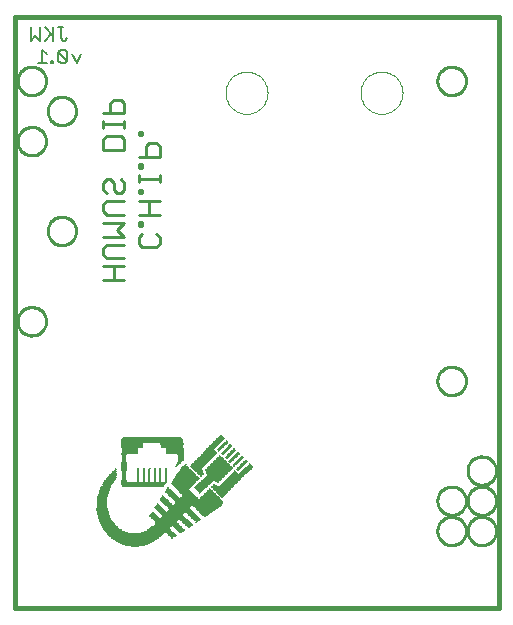
<source format=gbo>
G75*
%MOIN*%
%OFA0B0*%
%FSLAX24Y24*%
%IPPOS*%
%LPD*%
%AMOC8*
5,1,8,0,0,1.08239X$1,22.5*
%
%ADD10C,0.0160*%
%ADD11C,0.0060*%
%ADD12C,0.0100*%
%ADD13R,0.0236X0.0020*%
%ADD14R,0.0492X0.0020*%
%ADD15R,0.0650X0.0020*%
%ADD16R,0.0787X0.0020*%
%ADD17R,0.0886X0.0020*%
%ADD18R,0.0984X0.0020*%
%ADD19R,0.1063X0.0020*%
%ADD20R,0.1142X0.0020*%
%ADD21R,0.1220X0.0020*%
%ADD22R,0.1280X0.0020*%
%ADD23R,0.1358X0.0020*%
%ADD24R,0.1417X0.0020*%
%ADD25R,0.1457X0.0020*%
%ADD26R,0.1516X0.0020*%
%ADD27R,0.1575X0.0020*%
%ADD28R,0.0059X0.0020*%
%ADD29R,0.1614X0.0020*%
%ADD30R,0.0098X0.0020*%
%ADD31R,0.1654X0.0020*%
%ADD32R,0.0157X0.0020*%
%ADD33R,0.1713X0.0020*%
%ADD34R,0.0197X0.0020*%
%ADD35R,0.1772X0.0020*%
%ADD36R,0.0256X0.0020*%
%ADD37R,0.1811X0.0020*%
%ADD38R,0.1850X0.0020*%
%ADD39R,0.1890X0.0020*%
%ADD40R,0.0768X0.0020*%
%ADD41R,0.0866X0.0020*%
%ADD42R,0.0709X0.0020*%
%ADD43R,0.0807X0.0020*%
%ADD44R,0.0039X0.0020*%
%ADD45R,0.0669X0.0020*%
%ADD46R,0.1024X0.0020*%
%ADD47R,0.0945X0.0020*%
%ADD48R,0.0138X0.0020*%
%ADD49R,0.0630X0.0020*%
%ADD50R,0.0610X0.0020*%
%ADD51R,0.0827X0.0020*%
%ADD52R,0.0571X0.0020*%
%ADD53R,0.0728X0.0020*%
%ADD54R,0.0551X0.0020*%
%ADD55R,0.0689X0.0020*%
%ADD56R,0.0531X0.0020*%
%ADD57R,0.0512X0.0020*%
%ADD58R,0.0079X0.0020*%
%ADD59R,0.0177X0.0020*%
%ADD60R,0.0472X0.0020*%
%ADD61R,0.0748X0.0020*%
%ADD62R,0.0453X0.0020*%
%ADD63R,0.0433X0.0020*%
%ADD64R,0.0413X0.0020*%
%ADD65R,0.0394X0.0020*%
%ADD66R,0.0217X0.0020*%
%ADD67R,0.0276X0.0020*%
%ADD68R,0.0118X0.0020*%
%ADD69R,0.0335X0.0020*%
%ADD70R,0.0374X0.0020*%
%ADD71R,0.0846X0.0020*%
%ADD72R,0.0354X0.0020*%
%ADD73R,0.0906X0.0020*%
%ADD74R,0.1594X0.0020*%
%ADD75R,0.0020X0.0020*%
%ADD76R,0.0315X0.0020*%
%ADD77R,0.0295X0.0020*%
%ADD78R,0.0591X0.0020*%
%ADD79R,0.1339X0.0020*%
%ADD80R,0.1378X0.0020*%
%ADD81R,0.1476X0.0020*%
%ADD82R,0.1496X0.0020*%
%ADD83R,0.2067X0.0020*%
%ADD84R,0.2047X0.0020*%
%ADD85R,0.2008X0.0020*%
%ADD86R,0.1969X0.0020*%
%ADD87R,0.1929X0.0020*%
%ADD88C,0.0000*%
D10*
X000259Y000180D02*
X016401Y000180D01*
X016401Y019865D01*
X000259Y019865D01*
X000259Y000180D01*
D11*
X001031Y018330D02*
X001324Y018330D01*
X001177Y018330D02*
X001177Y018771D01*
X001324Y018624D01*
X001481Y018404D02*
X001481Y018330D01*
X001554Y018330D01*
X001554Y018404D01*
X001481Y018404D01*
X001721Y018404D02*
X001721Y018697D01*
X002015Y018404D01*
X001941Y018330D01*
X001795Y018330D01*
X001721Y018404D01*
X001721Y018697D02*
X001795Y018771D01*
X001941Y018771D01*
X002015Y018697D01*
X002015Y018404D01*
X002182Y018624D02*
X002328Y018330D01*
X002475Y018624D01*
X002015Y019154D02*
X001941Y019080D01*
X001868Y019080D01*
X001795Y019154D01*
X001795Y019521D01*
X001868Y019521D02*
X001721Y019521D01*
X001554Y019521D02*
X001554Y019080D01*
X001554Y019227D02*
X001261Y019521D01*
X001094Y019521D02*
X001094Y019080D01*
X000947Y019227D01*
X000800Y019080D01*
X000800Y019521D01*
X001261Y019080D02*
X001481Y019301D01*
D12*
X000356Y017739D02*
X000358Y017782D01*
X000364Y017825D01*
X000374Y017867D01*
X000387Y017908D01*
X000404Y017947D01*
X000425Y017985D01*
X000449Y018021D01*
X000476Y018055D01*
X000506Y018085D01*
X000539Y018113D01*
X000575Y018138D01*
X000612Y018160D01*
X000651Y018178D01*
X000692Y018192D01*
X000734Y018203D01*
X000776Y018210D01*
X000819Y018213D01*
X000862Y018212D01*
X000905Y018207D01*
X000947Y018198D01*
X000989Y018186D01*
X001029Y018169D01*
X001067Y018149D01*
X001103Y018126D01*
X001137Y018100D01*
X001169Y018070D01*
X001198Y018038D01*
X001223Y018003D01*
X001246Y017967D01*
X001265Y017928D01*
X001280Y017888D01*
X001292Y017846D01*
X001300Y017804D01*
X001304Y017761D01*
X001304Y017717D01*
X001300Y017674D01*
X001292Y017632D01*
X001280Y017590D01*
X001265Y017550D01*
X001246Y017511D01*
X001223Y017475D01*
X001198Y017440D01*
X001169Y017408D01*
X001137Y017378D01*
X001103Y017352D01*
X001067Y017329D01*
X001029Y017309D01*
X000989Y017292D01*
X000947Y017280D01*
X000905Y017271D01*
X000862Y017266D01*
X000819Y017265D01*
X000776Y017268D01*
X000734Y017275D01*
X000692Y017286D01*
X000651Y017300D01*
X000612Y017318D01*
X000575Y017340D01*
X000539Y017365D01*
X000506Y017393D01*
X000476Y017423D01*
X000449Y017457D01*
X000425Y017493D01*
X000404Y017531D01*
X000387Y017570D01*
X000374Y017611D01*
X000364Y017653D01*
X000358Y017696D01*
X000356Y017739D01*
X001360Y016735D02*
X001362Y016778D01*
X001368Y016821D01*
X001378Y016863D01*
X001391Y016904D01*
X001408Y016943D01*
X001429Y016981D01*
X001453Y017017D01*
X001480Y017051D01*
X001510Y017081D01*
X001543Y017109D01*
X001579Y017134D01*
X001616Y017156D01*
X001655Y017174D01*
X001696Y017188D01*
X001738Y017199D01*
X001780Y017206D01*
X001823Y017209D01*
X001866Y017208D01*
X001909Y017203D01*
X001951Y017194D01*
X001993Y017182D01*
X002033Y017165D01*
X002071Y017145D01*
X002107Y017122D01*
X002141Y017096D01*
X002173Y017066D01*
X002202Y017034D01*
X002227Y016999D01*
X002250Y016963D01*
X002269Y016924D01*
X002284Y016884D01*
X002296Y016842D01*
X002304Y016800D01*
X002308Y016757D01*
X002308Y016713D01*
X002304Y016670D01*
X002296Y016628D01*
X002284Y016586D01*
X002269Y016546D01*
X002250Y016507D01*
X002227Y016471D01*
X002202Y016436D01*
X002173Y016404D01*
X002141Y016374D01*
X002107Y016348D01*
X002071Y016325D01*
X002033Y016305D01*
X001993Y016288D01*
X001951Y016276D01*
X001909Y016267D01*
X001866Y016262D01*
X001823Y016261D01*
X001780Y016264D01*
X001738Y016271D01*
X001696Y016282D01*
X001655Y016296D01*
X001616Y016314D01*
X001579Y016336D01*
X001543Y016361D01*
X001510Y016389D01*
X001480Y016419D01*
X001453Y016453D01*
X001429Y016489D01*
X001408Y016527D01*
X001391Y016566D01*
X001378Y016607D01*
X001368Y016649D01*
X001362Y016692D01*
X001360Y016735D01*
X000356Y015731D02*
X000358Y015774D01*
X000364Y015817D01*
X000374Y015859D01*
X000387Y015900D01*
X000404Y015939D01*
X000425Y015977D01*
X000449Y016013D01*
X000476Y016047D01*
X000506Y016077D01*
X000539Y016105D01*
X000575Y016130D01*
X000612Y016152D01*
X000651Y016170D01*
X000692Y016184D01*
X000734Y016195D01*
X000776Y016202D01*
X000819Y016205D01*
X000862Y016204D01*
X000905Y016199D01*
X000947Y016190D01*
X000989Y016178D01*
X001029Y016161D01*
X001067Y016141D01*
X001103Y016118D01*
X001137Y016092D01*
X001169Y016062D01*
X001198Y016030D01*
X001223Y015995D01*
X001246Y015959D01*
X001265Y015920D01*
X001280Y015880D01*
X001292Y015838D01*
X001300Y015796D01*
X001304Y015753D01*
X001304Y015709D01*
X001300Y015666D01*
X001292Y015624D01*
X001280Y015582D01*
X001265Y015542D01*
X001246Y015503D01*
X001223Y015467D01*
X001198Y015432D01*
X001169Y015400D01*
X001137Y015370D01*
X001103Y015344D01*
X001067Y015321D01*
X001029Y015301D01*
X000989Y015284D01*
X000947Y015272D01*
X000905Y015263D01*
X000862Y015258D01*
X000819Y015257D01*
X000776Y015260D01*
X000734Y015267D01*
X000692Y015278D01*
X000651Y015292D01*
X000612Y015310D01*
X000575Y015332D01*
X000539Y015357D01*
X000506Y015385D01*
X000476Y015415D01*
X000449Y015449D01*
X000425Y015485D01*
X000404Y015523D01*
X000387Y015562D01*
X000374Y015603D01*
X000364Y015645D01*
X000358Y015688D01*
X000356Y015731D01*
X001360Y012739D02*
X001362Y012782D01*
X001368Y012825D01*
X001378Y012867D01*
X001391Y012908D01*
X001408Y012947D01*
X001429Y012985D01*
X001453Y013021D01*
X001480Y013055D01*
X001510Y013085D01*
X001543Y013113D01*
X001579Y013138D01*
X001616Y013160D01*
X001655Y013178D01*
X001696Y013192D01*
X001738Y013203D01*
X001780Y013210D01*
X001823Y013213D01*
X001866Y013212D01*
X001909Y013207D01*
X001951Y013198D01*
X001993Y013186D01*
X002033Y013169D01*
X002071Y013149D01*
X002107Y013126D01*
X002141Y013100D01*
X002173Y013070D01*
X002202Y013038D01*
X002227Y013003D01*
X002250Y012967D01*
X002269Y012928D01*
X002284Y012888D01*
X002296Y012846D01*
X002304Y012804D01*
X002308Y012761D01*
X002308Y012717D01*
X002304Y012674D01*
X002296Y012632D01*
X002284Y012590D01*
X002269Y012550D01*
X002250Y012511D01*
X002227Y012475D01*
X002202Y012440D01*
X002173Y012408D01*
X002141Y012378D01*
X002107Y012352D01*
X002071Y012329D01*
X002033Y012309D01*
X001993Y012292D01*
X001951Y012280D01*
X001909Y012271D01*
X001866Y012266D01*
X001823Y012265D01*
X001780Y012268D01*
X001738Y012275D01*
X001696Y012286D01*
X001655Y012300D01*
X001616Y012318D01*
X001579Y012340D01*
X001543Y012365D01*
X001510Y012393D01*
X001480Y012423D01*
X001453Y012457D01*
X001429Y012493D01*
X001408Y012531D01*
X001391Y012570D01*
X001378Y012611D01*
X001368Y012653D01*
X001362Y012696D01*
X001360Y012739D01*
X003220Y012552D02*
X003908Y012552D01*
X003679Y012782D01*
X003908Y013011D01*
X003220Y013011D01*
X003335Y013277D02*
X003220Y013392D01*
X003220Y013621D01*
X003335Y013736D01*
X003908Y013736D01*
X003794Y014002D02*
X003679Y014002D01*
X003564Y014117D01*
X003564Y014346D01*
X003450Y014461D01*
X003335Y014461D01*
X003220Y014346D01*
X003220Y014117D01*
X003335Y014002D01*
X003794Y014002D02*
X003908Y014117D01*
X003908Y014346D01*
X003794Y014461D01*
X004401Y014480D02*
X005089Y014480D01*
X005089Y014594D02*
X005089Y014365D01*
X004516Y014117D02*
X004401Y014117D01*
X004401Y014002D01*
X004516Y014002D01*
X004516Y014117D01*
X004401Y013736D02*
X005089Y013736D01*
X004745Y013736D02*
X004745Y013277D01*
X004516Y013030D02*
X004401Y013030D01*
X004401Y012915D01*
X004516Y012915D01*
X004516Y013030D01*
X004516Y012648D02*
X004401Y012534D01*
X004401Y012304D01*
X004516Y012190D01*
X004975Y012190D01*
X005089Y012304D01*
X005089Y012534D01*
X004975Y012648D01*
X005089Y013277D02*
X004401Y013277D01*
X003908Y013277D02*
X003335Y013277D01*
X003335Y012286D02*
X003220Y012171D01*
X003220Y011942D01*
X003335Y011827D01*
X003908Y011827D01*
X003908Y011561D02*
X003220Y011561D01*
X003564Y011561D02*
X003564Y011102D01*
X003220Y011102D02*
X003908Y011102D01*
X003908Y012286D02*
X003335Y012286D01*
X004401Y014365D02*
X004401Y014594D01*
X004401Y014848D02*
X004401Y014963D01*
X004516Y014963D01*
X004516Y014848D01*
X004401Y014848D01*
X004401Y015211D02*
X005089Y015211D01*
X005089Y015555D01*
X004975Y015669D01*
X004745Y015669D01*
X004631Y015555D01*
X004631Y015211D01*
X004516Y015936D02*
X004401Y015936D01*
X004401Y016050D01*
X004516Y016050D01*
X004516Y015936D01*
X003908Y015796D02*
X003908Y015452D01*
X003220Y015452D01*
X003220Y015796D01*
X003335Y015911D01*
X003794Y015911D01*
X003908Y015796D01*
X003908Y016177D02*
X003908Y016407D01*
X003908Y016292D02*
X003220Y016292D01*
X003220Y016177D02*
X003220Y016407D01*
X003220Y016661D02*
X003908Y016661D01*
X003908Y017005D01*
X003794Y017119D01*
X003564Y017119D01*
X003450Y017005D01*
X003450Y016661D01*
X000356Y009727D02*
X000358Y009770D01*
X000364Y009813D01*
X000374Y009855D01*
X000387Y009896D01*
X000404Y009935D01*
X000425Y009973D01*
X000449Y010009D01*
X000476Y010043D01*
X000506Y010073D01*
X000539Y010101D01*
X000575Y010126D01*
X000612Y010148D01*
X000651Y010166D01*
X000692Y010180D01*
X000734Y010191D01*
X000776Y010198D01*
X000819Y010201D01*
X000862Y010200D01*
X000905Y010195D01*
X000947Y010186D01*
X000989Y010174D01*
X001029Y010157D01*
X001067Y010137D01*
X001103Y010114D01*
X001137Y010088D01*
X001169Y010058D01*
X001198Y010026D01*
X001223Y009991D01*
X001246Y009955D01*
X001265Y009916D01*
X001280Y009876D01*
X001292Y009834D01*
X001300Y009792D01*
X001304Y009749D01*
X001304Y009705D01*
X001300Y009662D01*
X001292Y009620D01*
X001280Y009578D01*
X001265Y009538D01*
X001246Y009499D01*
X001223Y009463D01*
X001198Y009428D01*
X001169Y009396D01*
X001137Y009366D01*
X001103Y009340D01*
X001067Y009317D01*
X001029Y009297D01*
X000989Y009280D01*
X000947Y009268D01*
X000905Y009259D01*
X000862Y009254D01*
X000819Y009253D01*
X000776Y009256D01*
X000734Y009263D01*
X000692Y009274D01*
X000651Y009288D01*
X000612Y009306D01*
X000575Y009328D01*
X000539Y009353D01*
X000506Y009381D01*
X000476Y009411D01*
X000449Y009445D01*
X000425Y009481D01*
X000404Y009519D01*
X000387Y009558D01*
X000374Y009599D01*
X000364Y009641D01*
X000358Y009684D01*
X000356Y009727D01*
X014352Y007739D02*
X014354Y007782D01*
X014360Y007825D01*
X014370Y007867D01*
X014383Y007908D01*
X014400Y007947D01*
X014421Y007985D01*
X014445Y008021D01*
X014472Y008055D01*
X014502Y008085D01*
X014535Y008113D01*
X014571Y008138D01*
X014608Y008160D01*
X014647Y008178D01*
X014688Y008192D01*
X014730Y008203D01*
X014772Y008210D01*
X014815Y008213D01*
X014858Y008212D01*
X014901Y008207D01*
X014943Y008198D01*
X014985Y008186D01*
X015025Y008169D01*
X015063Y008149D01*
X015099Y008126D01*
X015133Y008100D01*
X015165Y008070D01*
X015194Y008038D01*
X015219Y008003D01*
X015242Y007967D01*
X015261Y007928D01*
X015276Y007888D01*
X015288Y007846D01*
X015296Y007804D01*
X015300Y007761D01*
X015300Y007717D01*
X015296Y007674D01*
X015288Y007632D01*
X015276Y007590D01*
X015261Y007550D01*
X015242Y007511D01*
X015219Y007475D01*
X015194Y007440D01*
X015165Y007408D01*
X015133Y007378D01*
X015099Y007352D01*
X015063Y007329D01*
X015025Y007309D01*
X014985Y007292D01*
X014943Y007280D01*
X014901Y007271D01*
X014858Y007266D01*
X014815Y007265D01*
X014772Y007268D01*
X014730Y007275D01*
X014688Y007286D01*
X014647Y007300D01*
X014608Y007318D01*
X014571Y007340D01*
X014535Y007365D01*
X014502Y007393D01*
X014472Y007423D01*
X014445Y007457D01*
X014421Y007493D01*
X014400Y007531D01*
X014383Y007570D01*
X014370Y007611D01*
X014360Y007653D01*
X014354Y007696D01*
X014352Y007739D01*
X015356Y004747D02*
X015358Y004790D01*
X015364Y004833D01*
X015374Y004875D01*
X015387Y004916D01*
X015404Y004955D01*
X015425Y004993D01*
X015449Y005029D01*
X015476Y005063D01*
X015506Y005093D01*
X015539Y005121D01*
X015575Y005146D01*
X015612Y005168D01*
X015651Y005186D01*
X015692Y005200D01*
X015734Y005211D01*
X015776Y005218D01*
X015819Y005221D01*
X015862Y005220D01*
X015905Y005215D01*
X015947Y005206D01*
X015989Y005194D01*
X016029Y005177D01*
X016067Y005157D01*
X016103Y005134D01*
X016137Y005108D01*
X016169Y005078D01*
X016198Y005046D01*
X016223Y005011D01*
X016246Y004975D01*
X016265Y004936D01*
X016280Y004896D01*
X016292Y004854D01*
X016300Y004812D01*
X016304Y004769D01*
X016304Y004725D01*
X016300Y004682D01*
X016292Y004640D01*
X016280Y004598D01*
X016265Y004558D01*
X016246Y004519D01*
X016223Y004483D01*
X016198Y004448D01*
X016169Y004416D01*
X016137Y004386D01*
X016103Y004360D01*
X016067Y004337D01*
X016029Y004317D01*
X015989Y004300D01*
X015947Y004288D01*
X015905Y004279D01*
X015862Y004274D01*
X015819Y004273D01*
X015776Y004276D01*
X015734Y004283D01*
X015692Y004294D01*
X015651Y004308D01*
X015612Y004326D01*
X015575Y004348D01*
X015539Y004373D01*
X015506Y004401D01*
X015476Y004431D01*
X015449Y004465D01*
X015425Y004501D01*
X015404Y004539D01*
X015387Y004578D01*
X015374Y004619D01*
X015364Y004661D01*
X015358Y004704D01*
X015356Y004747D01*
X015356Y003743D02*
X015358Y003786D01*
X015364Y003829D01*
X015374Y003871D01*
X015387Y003912D01*
X015404Y003951D01*
X015425Y003989D01*
X015449Y004025D01*
X015476Y004059D01*
X015506Y004089D01*
X015539Y004117D01*
X015575Y004142D01*
X015612Y004164D01*
X015651Y004182D01*
X015692Y004196D01*
X015734Y004207D01*
X015776Y004214D01*
X015819Y004217D01*
X015862Y004216D01*
X015905Y004211D01*
X015947Y004202D01*
X015989Y004190D01*
X016029Y004173D01*
X016067Y004153D01*
X016103Y004130D01*
X016137Y004104D01*
X016169Y004074D01*
X016198Y004042D01*
X016223Y004007D01*
X016246Y003971D01*
X016265Y003932D01*
X016280Y003892D01*
X016292Y003850D01*
X016300Y003808D01*
X016304Y003765D01*
X016304Y003721D01*
X016300Y003678D01*
X016292Y003636D01*
X016280Y003594D01*
X016265Y003554D01*
X016246Y003515D01*
X016223Y003479D01*
X016198Y003444D01*
X016169Y003412D01*
X016137Y003382D01*
X016103Y003356D01*
X016067Y003333D01*
X016029Y003313D01*
X015989Y003296D01*
X015947Y003284D01*
X015905Y003275D01*
X015862Y003270D01*
X015819Y003269D01*
X015776Y003272D01*
X015734Y003279D01*
X015692Y003290D01*
X015651Y003304D01*
X015612Y003322D01*
X015575Y003344D01*
X015539Y003369D01*
X015506Y003397D01*
X015476Y003427D01*
X015449Y003461D01*
X015425Y003497D01*
X015404Y003535D01*
X015387Y003574D01*
X015374Y003615D01*
X015364Y003657D01*
X015358Y003700D01*
X015356Y003743D01*
X014352Y003743D02*
X014354Y003786D01*
X014360Y003829D01*
X014370Y003871D01*
X014383Y003912D01*
X014400Y003951D01*
X014421Y003989D01*
X014445Y004025D01*
X014472Y004059D01*
X014502Y004089D01*
X014535Y004117D01*
X014571Y004142D01*
X014608Y004164D01*
X014647Y004182D01*
X014688Y004196D01*
X014730Y004207D01*
X014772Y004214D01*
X014815Y004217D01*
X014858Y004216D01*
X014901Y004211D01*
X014943Y004202D01*
X014985Y004190D01*
X015025Y004173D01*
X015063Y004153D01*
X015099Y004130D01*
X015133Y004104D01*
X015165Y004074D01*
X015194Y004042D01*
X015219Y004007D01*
X015242Y003971D01*
X015261Y003932D01*
X015276Y003892D01*
X015288Y003850D01*
X015296Y003808D01*
X015300Y003765D01*
X015300Y003721D01*
X015296Y003678D01*
X015288Y003636D01*
X015276Y003594D01*
X015261Y003554D01*
X015242Y003515D01*
X015219Y003479D01*
X015194Y003444D01*
X015165Y003412D01*
X015133Y003382D01*
X015099Y003356D01*
X015063Y003333D01*
X015025Y003313D01*
X014985Y003296D01*
X014943Y003284D01*
X014901Y003275D01*
X014858Y003270D01*
X014815Y003269D01*
X014772Y003272D01*
X014730Y003279D01*
X014688Y003290D01*
X014647Y003304D01*
X014608Y003322D01*
X014571Y003344D01*
X014535Y003369D01*
X014502Y003397D01*
X014472Y003427D01*
X014445Y003461D01*
X014421Y003497D01*
X014400Y003535D01*
X014383Y003574D01*
X014370Y003615D01*
X014360Y003657D01*
X014354Y003700D01*
X014352Y003743D01*
X014352Y002739D02*
X014354Y002782D01*
X014360Y002825D01*
X014370Y002867D01*
X014383Y002908D01*
X014400Y002947D01*
X014421Y002985D01*
X014445Y003021D01*
X014472Y003055D01*
X014502Y003085D01*
X014535Y003113D01*
X014571Y003138D01*
X014608Y003160D01*
X014647Y003178D01*
X014688Y003192D01*
X014730Y003203D01*
X014772Y003210D01*
X014815Y003213D01*
X014858Y003212D01*
X014901Y003207D01*
X014943Y003198D01*
X014985Y003186D01*
X015025Y003169D01*
X015063Y003149D01*
X015099Y003126D01*
X015133Y003100D01*
X015165Y003070D01*
X015194Y003038D01*
X015219Y003003D01*
X015242Y002967D01*
X015261Y002928D01*
X015276Y002888D01*
X015288Y002846D01*
X015296Y002804D01*
X015300Y002761D01*
X015300Y002717D01*
X015296Y002674D01*
X015288Y002632D01*
X015276Y002590D01*
X015261Y002550D01*
X015242Y002511D01*
X015219Y002475D01*
X015194Y002440D01*
X015165Y002408D01*
X015133Y002378D01*
X015099Y002352D01*
X015063Y002329D01*
X015025Y002309D01*
X014985Y002292D01*
X014943Y002280D01*
X014901Y002271D01*
X014858Y002266D01*
X014815Y002265D01*
X014772Y002268D01*
X014730Y002275D01*
X014688Y002286D01*
X014647Y002300D01*
X014608Y002318D01*
X014571Y002340D01*
X014535Y002365D01*
X014502Y002393D01*
X014472Y002423D01*
X014445Y002457D01*
X014421Y002493D01*
X014400Y002531D01*
X014383Y002570D01*
X014370Y002611D01*
X014360Y002653D01*
X014354Y002696D01*
X014352Y002739D01*
X015356Y002739D02*
X015358Y002782D01*
X015364Y002825D01*
X015374Y002867D01*
X015387Y002908D01*
X015404Y002947D01*
X015425Y002985D01*
X015449Y003021D01*
X015476Y003055D01*
X015506Y003085D01*
X015539Y003113D01*
X015575Y003138D01*
X015612Y003160D01*
X015651Y003178D01*
X015692Y003192D01*
X015734Y003203D01*
X015776Y003210D01*
X015819Y003213D01*
X015862Y003212D01*
X015905Y003207D01*
X015947Y003198D01*
X015989Y003186D01*
X016029Y003169D01*
X016067Y003149D01*
X016103Y003126D01*
X016137Y003100D01*
X016169Y003070D01*
X016198Y003038D01*
X016223Y003003D01*
X016246Y002967D01*
X016265Y002928D01*
X016280Y002888D01*
X016292Y002846D01*
X016300Y002804D01*
X016304Y002761D01*
X016304Y002717D01*
X016300Y002674D01*
X016292Y002632D01*
X016280Y002590D01*
X016265Y002550D01*
X016246Y002511D01*
X016223Y002475D01*
X016198Y002440D01*
X016169Y002408D01*
X016137Y002378D01*
X016103Y002352D01*
X016067Y002329D01*
X016029Y002309D01*
X015989Y002292D01*
X015947Y002280D01*
X015905Y002271D01*
X015862Y002266D01*
X015819Y002265D01*
X015776Y002268D01*
X015734Y002275D01*
X015692Y002286D01*
X015651Y002300D01*
X015612Y002318D01*
X015575Y002340D01*
X015539Y002365D01*
X015506Y002393D01*
X015476Y002423D01*
X015449Y002457D01*
X015425Y002493D01*
X015404Y002531D01*
X015387Y002570D01*
X015374Y002611D01*
X015364Y002653D01*
X015358Y002696D01*
X015356Y002739D01*
X014352Y017739D02*
X014354Y017782D01*
X014360Y017825D01*
X014370Y017867D01*
X014383Y017908D01*
X014400Y017947D01*
X014421Y017985D01*
X014445Y018021D01*
X014472Y018055D01*
X014502Y018085D01*
X014535Y018113D01*
X014571Y018138D01*
X014608Y018160D01*
X014647Y018178D01*
X014688Y018192D01*
X014730Y018203D01*
X014772Y018210D01*
X014815Y018213D01*
X014858Y018212D01*
X014901Y018207D01*
X014943Y018198D01*
X014985Y018186D01*
X015025Y018169D01*
X015063Y018149D01*
X015099Y018126D01*
X015133Y018100D01*
X015165Y018070D01*
X015194Y018038D01*
X015219Y018003D01*
X015242Y017967D01*
X015261Y017928D01*
X015276Y017888D01*
X015288Y017846D01*
X015296Y017804D01*
X015300Y017761D01*
X015300Y017717D01*
X015296Y017674D01*
X015288Y017632D01*
X015276Y017590D01*
X015261Y017550D01*
X015242Y017511D01*
X015219Y017475D01*
X015194Y017440D01*
X015165Y017408D01*
X015133Y017378D01*
X015099Y017352D01*
X015063Y017329D01*
X015025Y017309D01*
X014985Y017292D01*
X014943Y017280D01*
X014901Y017271D01*
X014858Y017266D01*
X014815Y017265D01*
X014772Y017268D01*
X014730Y017275D01*
X014688Y017286D01*
X014647Y017300D01*
X014608Y017318D01*
X014571Y017340D01*
X014535Y017365D01*
X014502Y017393D01*
X014472Y017423D01*
X014445Y017457D01*
X014421Y017493D01*
X014400Y017531D01*
X014383Y017570D01*
X014370Y017611D01*
X014360Y017653D01*
X014354Y017696D01*
X014352Y017739D01*
D13*
X007139Y005810D03*
X007119Y005790D03*
X007100Y005771D03*
X007080Y005751D03*
X007060Y005731D03*
X007041Y005711D03*
X007021Y005692D03*
X007001Y005672D03*
X006982Y005652D03*
X006962Y005633D03*
X006942Y005613D03*
X006923Y005593D03*
X006903Y005574D03*
X006883Y005554D03*
X006863Y005534D03*
X006844Y005515D03*
X006824Y005495D03*
X006804Y005475D03*
X006785Y005456D03*
X006391Y004727D03*
X006411Y004708D03*
X005938Y004845D03*
X005407Y004038D03*
X005230Y003763D03*
X005052Y003487D03*
X005072Y003467D03*
X005092Y003448D03*
X005111Y003428D03*
X005131Y003408D03*
X005151Y003389D03*
X005171Y003369D03*
X004875Y003231D03*
X004285Y002208D03*
X005800Y002739D03*
X005997Y002995D03*
X005978Y003015D03*
X005958Y003034D03*
X005938Y003054D03*
X005919Y003074D03*
X005899Y003093D03*
X005879Y003113D03*
X006017Y002975D03*
X006037Y002956D03*
X006056Y002936D03*
X006076Y002916D03*
X006332Y003093D03*
X006608Y003271D03*
X007178Y003940D03*
X007867Y004629D03*
X007887Y004649D03*
X007907Y004668D03*
X007926Y004688D03*
X007946Y004708D03*
X007966Y004727D03*
X007986Y004747D03*
X008005Y004767D03*
X008025Y004786D03*
X008045Y004806D03*
X008064Y004826D03*
X008084Y004845D03*
X003537Y004589D03*
D14*
X003369Y002936D03*
X003389Y002897D03*
X003409Y002877D03*
X004275Y002227D03*
X006066Y003861D03*
X006755Y003900D03*
X007326Y004215D03*
X007346Y004235D03*
X007365Y004255D03*
X007385Y004274D03*
X007405Y004294D03*
X007424Y004314D03*
X007444Y004334D03*
X007464Y004353D03*
X007484Y004373D03*
X007503Y004393D03*
X007523Y004412D03*
X007543Y004432D03*
X007562Y004452D03*
X007582Y004471D03*
X007602Y004491D03*
X007621Y004511D03*
X007641Y004530D03*
X007661Y004550D03*
X007680Y004570D03*
X007700Y004589D03*
X007720Y004609D03*
X007090Y005003D03*
X006775Y005318D03*
X006755Y005298D03*
X006736Y005278D03*
X006716Y005259D03*
X006696Y005239D03*
X006676Y005219D03*
X006657Y005200D03*
X006637Y005180D03*
X006617Y005160D03*
X006598Y005141D03*
X006578Y005121D03*
X006558Y005101D03*
X006539Y005082D03*
X006519Y005062D03*
X006499Y005042D03*
X006480Y005023D03*
X006460Y005003D03*
X006440Y004983D03*
X006421Y004963D03*
X006401Y004944D03*
X006381Y004924D03*
X006361Y004904D03*
X005968Y004688D03*
D15*
X005987Y004589D03*
X006755Y003822D03*
X007011Y004609D03*
X007090Y004924D03*
X005161Y002877D03*
X005141Y002857D03*
X005121Y002837D03*
X005102Y002818D03*
X004275Y002247D03*
X003606Y002700D03*
D16*
X004285Y002267D03*
X005072Y002759D03*
X005328Y002956D03*
X005289Y003074D03*
X005545Y003172D03*
X005722Y003526D03*
X005860Y004294D03*
X005997Y004511D03*
D17*
X007050Y004767D03*
X007070Y004786D03*
X007090Y004806D03*
X005062Y002719D03*
X004275Y002286D03*
D18*
X004285Y002306D03*
D19*
X004285Y002326D03*
D20*
X004285Y002345D03*
X005643Y003349D03*
D21*
X004285Y002365D03*
D22*
X004275Y002385D03*
D23*
X004275Y002404D03*
D24*
X004285Y002424D03*
X004541Y004235D03*
D25*
X004541Y004255D03*
X004541Y004274D03*
X004285Y002444D03*
D26*
X004275Y002463D03*
X004570Y004353D03*
D27*
X004285Y002483D03*
D28*
X005023Y003605D03*
X005515Y002483D03*
X006440Y003999D03*
X006755Y004117D03*
X006913Y004274D03*
X006480Y004550D03*
X005692Y004944D03*
X007090Y005219D03*
X007070Y005397D03*
X007326Y005141D03*
X007582Y004885D03*
X007602Y004708D03*
X007838Y005200D03*
X008094Y004944D03*
X007582Y005456D03*
X007326Y005711D03*
X003625Y004767D03*
D29*
X004285Y002503D03*
X006371Y003605D03*
X006391Y003625D03*
D30*
X006440Y004019D03*
X006755Y004097D03*
X006913Y004255D03*
X007031Y004353D03*
X007602Y004688D03*
X007582Y004904D03*
X007326Y005160D03*
X007090Y005200D03*
X007070Y005416D03*
X007326Y005692D03*
X007582Y005436D03*
X007838Y005180D03*
X008094Y004924D03*
X006480Y004570D03*
X005948Y004904D03*
X005712Y004963D03*
X004747Y004786D03*
X004747Y004767D03*
X004747Y004747D03*
X004747Y004727D03*
X004747Y004708D03*
X004747Y004688D03*
X004747Y004668D03*
X004747Y004649D03*
X004747Y004629D03*
X004747Y004609D03*
X004747Y004589D03*
X004747Y004570D03*
X004747Y004550D03*
X004747Y004530D03*
X004747Y004511D03*
X004747Y004491D03*
X004747Y004471D03*
X004747Y004452D03*
X004747Y004432D03*
X004747Y004412D03*
X004747Y004393D03*
X004747Y004373D03*
X004570Y004373D03*
X004570Y004393D03*
X004570Y004412D03*
X004570Y004432D03*
X004570Y004452D03*
X004570Y004471D03*
X004570Y004491D03*
X004570Y004511D03*
X004570Y004530D03*
X004570Y004550D03*
X004570Y004570D03*
X004570Y004589D03*
X004570Y004609D03*
X004570Y004629D03*
X004570Y004649D03*
X004570Y004668D03*
X004570Y004688D03*
X004570Y004708D03*
X004570Y004727D03*
X004570Y004747D03*
X004570Y004767D03*
X004570Y004786D03*
X003606Y004727D03*
X005515Y002503D03*
X005791Y002680D03*
X006322Y003034D03*
D31*
X004285Y002523D03*
D32*
X005033Y003546D03*
X005525Y002523D03*
X006923Y004235D03*
X007021Y004373D03*
X007178Y003900D03*
X005781Y005042D03*
X007139Y005849D03*
X003891Y005239D03*
X003891Y005219D03*
X003891Y005200D03*
X003891Y005180D03*
X003891Y005160D03*
X003891Y005141D03*
X003891Y005121D03*
X003891Y005101D03*
X003891Y005082D03*
X003891Y005062D03*
X003891Y005042D03*
X003891Y005023D03*
X003891Y004708D03*
X003891Y004688D03*
X003891Y004668D03*
X003891Y004649D03*
X003891Y004629D03*
X003891Y004609D03*
X003891Y004589D03*
X003891Y004570D03*
X003891Y004550D03*
X003891Y004530D03*
X003891Y004511D03*
X003891Y004491D03*
X003891Y004471D03*
X003891Y004452D03*
X003891Y004432D03*
X003891Y004412D03*
X003576Y004668D03*
D33*
X004275Y002542D03*
D34*
X005407Y004058D03*
X006450Y004649D03*
X006470Y004629D03*
X006923Y004215D03*
X007021Y004393D03*
X007178Y003920D03*
X006332Y003074D03*
X005800Y002719D03*
X005525Y002542D03*
X003911Y004373D03*
X003556Y004629D03*
X003911Y005298D03*
X005781Y005278D03*
X007139Y005830D03*
D35*
X004285Y002562D03*
D36*
X004905Y003192D03*
X004924Y003172D03*
X004944Y003152D03*
X004964Y003133D03*
X004885Y003211D03*
X005318Y003664D03*
X005338Y003645D03*
X005358Y003625D03*
X005377Y003605D03*
X005397Y003586D03*
X005299Y003684D03*
X005279Y003704D03*
X005259Y003723D03*
X005239Y003743D03*
X005456Y003979D03*
X005476Y003960D03*
X005495Y003940D03*
X005515Y003920D03*
X005535Y003900D03*
X005554Y003881D03*
X005574Y003861D03*
X005594Y003841D03*
X005613Y003822D03*
X005436Y003999D03*
X005417Y004019D03*
X005948Y004826D03*
X006361Y004767D03*
X006381Y004747D03*
X006440Y004097D03*
X006755Y004019D03*
X006165Y003271D03*
X006145Y003290D03*
X006125Y003310D03*
X006106Y003330D03*
X006184Y003251D03*
X006204Y003231D03*
X006224Y003211D03*
X006243Y003192D03*
X006263Y003172D03*
X006283Y003152D03*
X006302Y003133D03*
X006322Y003113D03*
X005791Y002759D03*
X005771Y002778D03*
X005751Y002798D03*
X005732Y002818D03*
X005712Y002837D03*
X005692Y002857D03*
X005673Y002877D03*
X005653Y002897D03*
X005436Y002660D03*
X005456Y002641D03*
X005476Y002621D03*
X005495Y002601D03*
X005515Y002582D03*
X005535Y002562D03*
X003527Y004570D03*
X006775Y005436D03*
X007090Y005121D03*
D37*
X004285Y002582D03*
D38*
X004285Y002601D03*
D39*
X004285Y002621D03*
D40*
X003724Y002641D03*
X005515Y003290D03*
X005771Y003408D03*
X006657Y003487D03*
X007031Y004688D03*
X007090Y004865D03*
X005495Y005613D03*
X005495Y005633D03*
X005495Y005652D03*
D41*
X005938Y003802D03*
X005722Y003566D03*
X005545Y003133D03*
X005289Y003113D03*
X005328Y002916D03*
X004816Y002641D03*
X006667Y003526D03*
X007041Y004747D03*
D42*
X007021Y004649D03*
X007178Y004176D03*
X005860Y004255D03*
X005741Y003467D03*
X005761Y003448D03*
X005545Y003211D03*
X005308Y003015D03*
X005289Y003034D03*
X003674Y002660D03*
D43*
X004865Y002660D03*
X005515Y003310D03*
X005771Y003389D03*
X005869Y004314D03*
X005889Y004334D03*
X005909Y004353D03*
X007031Y004708D03*
X007090Y004845D03*
D44*
X007454Y005003D03*
X007198Y005259D03*
X007454Y005593D03*
X007710Y005337D03*
X007966Y005082D03*
X007710Y004747D03*
X007041Y004334D03*
X007178Y003841D03*
X006588Y003192D03*
X006312Y003015D03*
X006056Y002837D03*
X005781Y002660D03*
X004856Y003349D03*
X005210Y003881D03*
X005387Y004156D03*
X005682Y004904D03*
X005682Y004924D03*
X005958Y004924D03*
X007139Y005908D03*
X003635Y004786D03*
D45*
X003635Y002680D03*
X005860Y004235D03*
X006647Y003448D03*
X007178Y004156D03*
X007021Y004629D03*
D46*
X005033Y002680D03*
D47*
X005052Y002700D03*
X006667Y003566D03*
D48*
X006598Y003231D03*
X006322Y003054D03*
X006066Y002877D03*
X005791Y002700D03*
X004865Y003290D03*
X005220Y003822D03*
X005397Y004097D03*
X005948Y004885D03*
X006480Y004589D03*
X006440Y004038D03*
X006755Y004078D03*
X007602Y004668D03*
X008094Y004904D03*
X007090Y005180D03*
X003586Y004688D03*
D49*
X003576Y002719D03*
X005190Y002897D03*
X005860Y004215D03*
X005978Y004609D03*
X006824Y004412D03*
X006844Y004432D03*
X006863Y004452D03*
X006883Y004471D03*
X006903Y004491D03*
X006923Y004511D03*
X006942Y004530D03*
X006962Y004550D03*
X006982Y004570D03*
X007001Y004589D03*
X007178Y004137D03*
X006647Y003428D03*
D50*
X006755Y003841D03*
X007090Y004944D03*
X003547Y002739D03*
D51*
X005072Y002739D03*
X005328Y002936D03*
X005289Y003093D03*
X005545Y003152D03*
X005722Y003546D03*
X005919Y004373D03*
X005938Y004393D03*
X005958Y004412D03*
X005997Y004491D03*
X006667Y003507D03*
X007041Y004727D03*
D52*
X007090Y004963D03*
X006755Y003861D03*
X006637Y003408D03*
X006066Y003822D03*
X005594Y005318D03*
X005594Y005337D03*
X005594Y005357D03*
X005594Y005377D03*
X005594Y005397D03*
X005594Y005416D03*
X005594Y005436D03*
X005594Y005456D03*
X005594Y005475D03*
X003507Y002778D03*
X003527Y002759D03*
D53*
X005082Y002778D03*
X005318Y002995D03*
X005515Y003271D03*
X005771Y003428D03*
X005732Y003487D03*
X005987Y004550D03*
X006657Y003467D03*
X007090Y004885D03*
X004176Y005495D03*
X004176Y005515D03*
X004176Y005534D03*
D54*
X004088Y005475D03*
X004088Y005456D03*
X004088Y005436D03*
X004088Y005416D03*
X004088Y005397D03*
X004088Y005377D03*
X004088Y005357D03*
X004088Y005337D03*
X004088Y005318D03*
X005978Y004649D03*
X005860Y004176D03*
X007178Y004097D03*
X003478Y002798D03*
D55*
X005082Y002798D03*
X005535Y003231D03*
X005515Y003251D03*
X006755Y003802D03*
X005987Y004570D03*
X007090Y004904D03*
D56*
X007090Y004983D03*
X006755Y003881D03*
X006637Y003389D03*
X006066Y003841D03*
X005968Y004668D03*
X003468Y002818D03*
X003448Y002837D03*
D57*
X003438Y002857D03*
X005860Y004156D03*
X007178Y004078D03*
D58*
X007178Y003861D03*
X006588Y003211D03*
X006056Y002857D03*
X005210Y003861D03*
X005033Y003586D03*
X004856Y003330D03*
X005387Y004137D03*
X005289Y004373D03*
X005289Y004393D03*
X005289Y004412D03*
X005289Y004432D03*
X005289Y004452D03*
X005289Y004471D03*
X005289Y004491D03*
X005289Y004511D03*
X005289Y004530D03*
X005289Y004550D03*
X005289Y004570D03*
X005289Y004589D03*
X005289Y004609D03*
X005289Y004629D03*
X005289Y004649D03*
X005289Y004668D03*
X005289Y004688D03*
X005289Y004708D03*
X005289Y004727D03*
X005289Y004747D03*
X005289Y004767D03*
X005289Y004786D03*
X005289Y004806D03*
X005111Y004806D03*
X005111Y004786D03*
X005111Y004767D03*
X005111Y004747D03*
X005111Y004727D03*
X005111Y004708D03*
X005111Y004688D03*
X005111Y004668D03*
X005111Y004649D03*
X005111Y004629D03*
X005111Y004609D03*
X005111Y004589D03*
X005111Y004570D03*
X005111Y004550D03*
X005111Y004530D03*
X005111Y004511D03*
X005111Y004491D03*
X005111Y004471D03*
X005111Y004452D03*
X005111Y004432D03*
X005111Y004412D03*
X005111Y004393D03*
X005111Y004373D03*
X004934Y004373D03*
X004934Y004393D03*
X004934Y004412D03*
X004934Y004432D03*
X004934Y004452D03*
X004934Y004471D03*
X004934Y004491D03*
X004934Y004511D03*
X004934Y004530D03*
X004934Y004550D03*
X004934Y004570D03*
X004934Y004589D03*
X004934Y004609D03*
X004934Y004629D03*
X004934Y004649D03*
X004934Y004668D03*
X004934Y004688D03*
X004934Y004708D03*
X004934Y004727D03*
X004934Y004747D03*
X004934Y004767D03*
X004934Y004786D03*
X004934Y004806D03*
X004757Y004806D03*
X004560Y004806D03*
X004383Y004806D03*
X004383Y004786D03*
X004383Y004767D03*
X004383Y004747D03*
X004383Y004727D03*
X004383Y004708D03*
X004383Y004688D03*
X004383Y004668D03*
X004383Y004649D03*
X004383Y004629D03*
X004383Y004609D03*
X004383Y004589D03*
X004383Y004570D03*
X004383Y004550D03*
X004383Y004530D03*
X004383Y004511D03*
X004383Y004491D03*
X004383Y004471D03*
X004383Y004452D03*
X004383Y004432D03*
X004383Y004412D03*
X004383Y004393D03*
X004383Y004373D03*
X003615Y004747D03*
X007139Y005889D03*
X007454Y005574D03*
X007198Y005278D03*
X007454Y005023D03*
X007710Y004767D03*
X007966Y005062D03*
X007710Y005318D03*
D59*
X008094Y004885D03*
X007602Y004649D03*
X007090Y005160D03*
X006480Y004609D03*
X006440Y004058D03*
X006755Y004058D03*
X006598Y003251D03*
X006066Y002897D03*
X005220Y003802D03*
X005397Y004078D03*
X005043Y003526D03*
X004865Y003271D03*
X003901Y004393D03*
X003901Y004727D03*
X003901Y005003D03*
X003901Y005259D03*
X003901Y005278D03*
X003566Y004649D03*
X005791Y005062D03*
X005791Y005082D03*
X005791Y005101D03*
X005791Y005121D03*
X005791Y005141D03*
X005791Y005160D03*
X005791Y005180D03*
X005791Y005200D03*
X005791Y005219D03*
X005791Y005239D03*
X005791Y005259D03*
X005948Y004865D03*
D60*
X006352Y004885D03*
X005860Y004137D03*
X006627Y003369D03*
X007178Y004058D03*
X003379Y002916D03*
X003360Y002956D03*
X003340Y002975D03*
D61*
X005289Y003054D03*
X005328Y002975D03*
X005545Y003192D03*
X005722Y003507D03*
X005860Y004274D03*
X005997Y004530D03*
X005505Y005495D03*
X005505Y005515D03*
X005505Y005534D03*
X005505Y005554D03*
X005505Y005574D03*
X005505Y005593D03*
X004186Y005593D03*
X004186Y005574D03*
X004186Y005554D03*
X004186Y005613D03*
X004186Y005633D03*
X004186Y005652D03*
X007021Y004668D03*
X007178Y004196D03*
D62*
X006755Y003920D03*
X005968Y004708D03*
X006775Y005337D03*
X007090Y005023D03*
X003310Y003034D03*
X003330Y002995D03*
D63*
X003320Y003015D03*
X003300Y003054D03*
X003281Y003074D03*
X003281Y003093D03*
X003261Y003133D03*
X005860Y004117D03*
X006076Y003881D03*
X006627Y003349D03*
X007178Y004038D03*
X006352Y004865D03*
X005958Y004727D03*
D64*
X005869Y004097D03*
X005889Y004078D03*
X005909Y004058D03*
X005928Y004038D03*
X005948Y004019D03*
X005968Y003999D03*
X005987Y003979D03*
X006007Y003960D03*
X006027Y003940D03*
X006047Y003920D03*
X006066Y003900D03*
X006755Y003940D03*
X007090Y005042D03*
X006775Y005357D03*
X003232Y003211D03*
X003232Y003192D03*
X003251Y003152D03*
X003271Y003113D03*
D65*
X003241Y003172D03*
X003222Y003231D03*
X003222Y003251D03*
X003202Y003271D03*
X003202Y003290D03*
X003202Y003310D03*
X005958Y004747D03*
X006352Y004845D03*
X007178Y004019D03*
D66*
X006755Y004038D03*
X006440Y004078D03*
X006440Y004668D03*
X006421Y004688D03*
X007090Y005141D03*
X007602Y004629D03*
X008094Y004865D03*
X005771Y005298D03*
X005220Y003782D03*
X005043Y003507D03*
X004865Y003251D03*
X003921Y004747D03*
X003921Y004767D03*
X003921Y004786D03*
X003921Y004806D03*
X003921Y004826D03*
X003921Y004845D03*
X003921Y004865D03*
X003921Y004885D03*
X003921Y004904D03*
X003921Y004924D03*
X003921Y004944D03*
X003921Y004963D03*
X003921Y004983D03*
X003547Y004609D03*
D67*
X003517Y004550D03*
X003517Y004530D03*
X006352Y004786D03*
X007178Y003960D03*
X006608Y003290D03*
D68*
X007178Y003881D03*
X007710Y004786D03*
X007730Y004806D03*
X007749Y004826D03*
X007769Y004845D03*
X007789Y004865D03*
X007808Y004885D03*
X007828Y004904D03*
X007848Y004924D03*
X007867Y004944D03*
X007887Y004963D03*
X007907Y004983D03*
X007926Y005003D03*
X007946Y005023D03*
X007966Y005042D03*
X007828Y005160D03*
X007808Y005141D03*
X007789Y005121D03*
X007769Y005101D03*
X007749Y005082D03*
X007730Y005062D03*
X007710Y005042D03*
X007690Y005023D03*
X007671Y005003D03*
X007651Y004983D03*
X007631Y004963D03*
X007611Y004944D03*
X007592Y004924D03*
X007474Y005062D03*
X007493Y005082D03*
X007513Y005101D03*
X007533Y005121D03*
X007552Y005141D03*
X007572Y005160D03*
X007592Y005180D03*
X007611Y005200D03*
X007631Y005219D03*
X007651Y005239D03*
X007671Y005259D03*
X007690Y005278D03*
X007710Y005298D03*
X007572Y005416D03*
X007552Y005397D03*
X007533Y005377D03*
X007513Y005357D03*
X007493Y005337D03*
X007474Y005318D03*
X007454Y005298D03*
X007434Y005278D03*
X007415Y005259D03*
X007395Y005239D03*
X007375Y005219D03*
X007356Y005200D03*
X007336Y005180D03*
X007454Y005042D03*
X007198Y005298D03*
X007218Y005318D03*
X007237Y005337D03*
X007257Y005357D03*
X007277Y005377D03*
X007297Y005397D03*
X007316Y005416D03*
X007336Y005436D03*
X007356Y005456D03*
X007375Y005475D03*
X007395Y005495D03*
X007415Y005515D03*
X007434Y005534D03*
X007454Y005554D03*
X007316Y005672D03*
X007297Y005652D03*
X007277Y005633D03*
X007257Y005613D03*
X007237Y005593D03*
X007218Y005574D03*
X007198Y005554D03*
X007178Y005534D03*
X007159Y005515D03*
X007139Y005495D03*
X007119Y005475D03*
X007100Y005456D03*
X007080Y005436D03*
X007139Y005869D03*
X005761Y005023D03*
X005741Y005003D03*
X005722Y004983D03*
X005387Y004117D03*
X005210Y003841D03*
X005033Y003566D03*
X004856Y003310D03*
X003596Y004708D03*
D69*
X003192Y003881D03*
X003173Y003802D03*
X003173Y003782D03*
X003173Y003763D03*
X003173Y003743D03*
X003173Y003723D03*
X003173Y003704D03*
X003173Y003684D03*
X005948Y004786D03*
X006440Y004137D03*
X006755Y003979D03*
X006617Y003310D03*
X007090Y005082D03*
X006775Y005397D03*
D70*
X006775Y005377D03*
X007090Y005062D03*
X006676Y004393D03*
X006657Y004373D03*
X006637Y004353D03*
X006617Y004334D03*
X006598Y004314D03*
X006578Y004294D03*
X006558Y004274D03*
X006539Y004255D03*
X006519Y004235D03*
X006499Y004215D03*
X006480Y004196D03*
X006460Y004176D03*
X006440Y004156D03*
X006755Y003960D03*
X006617Y003330D03*
X003192Y003330D03*
X003192Y003349D03*
X003192Y003369D03*
X003173Y003408D03*
X003173Y003428D03*
X003173Y003448D03*
X003173Y003467D03*
D71*
X005515Y003330D03*
X005771Y003369D03*
X005968Y004432D03*
X005987Y004452D03*
X006007Y004471D03*
X007090Y004826D03*
D72*
X006352Y004826D03*
X005958Y004767D03*
X007178Y003999D03*
X003182Y003389D03*
X003163Y003487D03*
X003163Y003507D03*
X003163Y003526D03*
X003163Y003546D03*
X003163Y003566D03*
X003163Y003586D03*
X003163Y003605D03*
X003163Y003625D03*
X003163Y003645D03*
X003163Y003664D03*
D73*
X006667Y003546D03*
D74*
X006421Y003664D03*
X006421Y003684D03*
X006401Y003704D03*
X006381Y003723D03*
X006361Y003743D03*
X006342Y003763D03*
X006322Y003782D03*
X006401Y003645D03*
X006361Y003586D03*
D75*
X006440Y003979D03*
X006755Y004137D03*
X006480Y004530D03*
X005673Y004885D03*
X005653Y004865D03*
X005377Y004176D03*
X005200Y003900D03*
X005023Y003625D03*
X003645Y004806D03*
X007090Y005239D03*
X007070Y005377D03*
X007326Y005121D03*
X007582Y004865D03*
X007602Y004727D03*
X008094Y004963D03*
X007838Y005219D03*
X007582Y005475D03*
X007326Y005731D03*
D76*
X006352Y004806D03*
X007178Y003979D03*
X003497Y004491D03*
X003478Y004471D03*
X003478Y004452D03*
X003458Y004432D03*
X003438Y004412D03*
X003419Y004393D03*
X003419Y004373D03*
X003399Y004353D03*
X003379Y004334D03*
X003379Y004314D03*
X003360Y004294D03*
X003340Y004255D03*
X003320Y004215D03*
X003300Y004196D03*
X003300Y004176D03*
X003281Y004156D03*
X003281Y004137D03*
X003261Y004097D03*
X003261Y004078D03*
X003241Y004058D03*
X003241Y004038D03*
X003222Y003999D03*
X003222Y003979D03*
X003222Y003960D03*
X003202Y003940D03*
X003202Y003920D03*
X003202Y003900D03*
X003182Y003861D03*
X003182Y003841D03*
X003182Y003822D03*
D77*
X003232Y004019D03*
X003271Y004117D03*
X003330Y004235D03*
X003350Y004274D03*
X003507Y004511D03*
X005948Y004806D03*
X006440Y004117D03*
X006755Y003999D03*
X007090Y005101D03*
X006775Y005416D03*
D78*
X005978Y004629D03*
X005860Y004196D03*
X007178Y004117D03*
D79*
X004560Y004196D03*
D80*
X004541Y004215D03*
D81*
X004550Y004294D03*
D82*
X004560Y004314D03*
X004560Y004334D03*
D83*
X004846Y005672D03*
X004846Y005692D03*
X004846Y005711D03*
X004846Y005731D03*
D84*
X004836Y005751D03*
X004836Y005771D03*
D85*
X004836Y005790D03*
D86*
X004836Y005810D03*
D87*
X004836Y005830D03*
D88*
X007289Y017345D02*
X007291Y017397D01*
X007297Y017449D01*
X007307Y017501D01*
X007320Y017551D01*
X007337Y017601D01*
X007358Y017649D01*
X007383Y017695D01*
X007411Y017739D01*
X007442Y017781D01*
X007476Y017821D01*
X007513Y017858D01*
X007553Y017892D01*
X007595Y017923D01*
X007639Y017951D01*
X007685Y017976D01*
X007733Y017997D01*
X007783Y018014D01*
X007833Y018027D01*
X007885Y018037D01*
X007937Y018043D01*
X007989Y018045D01*
X008041Y018043D01*
X008093Y018037D01*
X008145Y018027D01*
X008195Y018014D01*
X008245Y017997D01*
X008293Y017976D01*
X008339Y017951D01*
X008383Y017923D01*
X008425Y017892D01*
X008465Y017858D01*
X008502Y017821D01*
X008536Y017781D01*
X008567Y017739D01*
X008595Y017695D01*
X008620Y017649D01*
X008641Y017601D01*
X008658Y017551D01*
X008671Y017501D01*
X008681Y017449D01*
X008687Y017397D01*
X008689Y017345D01*
X008687Y017293D01*
X008681Y017241D01*
X008671Y017189D01*
X008658Y017139D01*
X008641Y017089D01*
X008620Y017041D01*
X008595Y016995D01*
X008567Y016951D01*
X008536Y016909D01*
X008502Y016869D01*
X008465Y016832D01*
X008425Y016798D01*
X008383Y016767D01*
X008339Y016739D01*
X008293Y016714D01*
X008245Y016693D01*
X008195Y016676D01*
X008145Y016663D01*
X008093Y016653D01*
X008041Y016647D01*
X007989Y016645D01*
X007937Y016647D01*
X007885Y016653D01*
X007833Y016663D01*
X007783Y016676D01*
X007733Y016693D01*
X007685Y016714D01*
X007639Y016739D01*
X007595Y016767D01*
X007553Y016798D01*
X007513Y016832D01*
X007476Y016869D01*
X007442Y016909D01*
X007411Y016951D01*
X007383Y016995D01*
X007358Y017041D01*
X007337Y017089D01*
X007320Y017139D01*
X007307Y017189D01*
X007297Y017241D01*
X007291Y017293D01*
X007289Y017345D01*
X011789Y017345D02*
X011791Y017397D01*
X011797Y017449D01*
X011807Y017501D01*
X011820Y017551D01*
X011837Y017601D01*
X011858Y017649D01*
X011883Y017695D01*
X011911Y017739D01*
X011942Y017781D01*
X011976Y017821D01*
X012013Y017858D01*
X012053Y017892D01*
X012095Y017923D01*
X012139Y017951D01*
X012185Y017976D01*
X012233Y017997D01*
X012283Y018014D01*
X012333Y018027D01*
X012385Y018037D01*
X012437Y018043D01*
X012489Y018045D01*
X012541Y018043D01*
X012593Y018037D01*
X012645Y018027D01*
X012695Y018014D01*
X012745Y017997D01*
X012793Y017976D01*
X012839Y017951D01*
X012883Y017923D01*
X012925Y017892D01*
X012965Y017858D01*
X013002Y017821D01*
X013036Y017781D01*
X013067Y017739D01*
X013095Y017695D01*
X013120Y017649D01*
X013141Y017601D01*
X013158Y017551D01*
X013171Y017501D01*
X013181Y017449D01*
X013187Y017397D01*
X013189Y017345D01*
X013187Y017293D01*
X013181Y017241D01*
X013171Y017189D01*
X013158Y017139D01*
X013141Y017089D01*
X013120Y017041D01*
X013095Y016995D01*
X013067Y016951D01*
X013036Y016909D01*
X013002Y016869D01*
X012965Y016832D01*
X012925Y016798D01*
X012883Y016767D01*
X012839Y016739D01*
X012793Y016714D01*
X012745Y016693D01*
X012695Y016676D01*
X012645Y016663D01*
X012593Y016653D01*
X012541Y016647D01*
X012489Y016645D01*
X012437Y016647D01*
X012385Y016653D01*
X012333Y016663D01*
X012283Y016676D01*
X012233Y016693D01*
X012185Y016714D01*
X012139Y016739D01*
X012095Y016767D01*
X012053Y016798D01*
X012013Y016832D01*
X011976Y016869D01*
X011942Y016909D01*
X011911Y016951D01*
X011883Y016995D01*
X011858Y017041D01*
X011837Y017089D01*
X011820Y017139D01*
X011807Y017189D01*
X011797Y017241D01*
X011791Y017293D01*
X011789Y017345D01*
M02*

</source>
